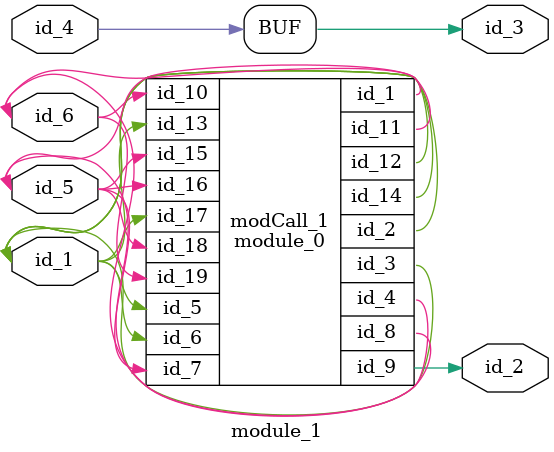
<source format=v>
module module_0 (
    id_1,
    id_2,
    id_3,
    id_4,
    id_5,
    id_6,
    id_7,
    id_8,
    id_9,
    id_10,
    id_11,
    id_12,
    id_13,
    id_14,
    id_15,
    id_16,
    id_17,
    id_18,
    id_19
);
  input wire id_19;
  input wire id_18;
  input wire id_17;
  input wire id_16;
  input wire id_15;
  inout wire id_14;
  input wire id_13;
  inout wire id_12;
  inout wire id_11;
  input wire id_10;
  output wire id_9;
  output wire id_8;
  input wire id_7;
  input wire id_6;
  input wire id_5;
  inout wire id_4;
  output wire id_3;
  output wire id_2;
  inout wire id_1;
  localparam id_20 = id_18 !== id_5;
  wire id_21;
endmodule
module module_1 (
    id_1,
    id_2,
    id_3,
    id_4,
    id_5,
    id_6
);
  inout wire id_6;
  inout wire id_5;
  inout wire id_4;
  output wire id_3;
  output wire id_2;
  inout wire id_1;
  initial id_3 <= id_4;
  module_0 modCall_1 (
      id_5,
      id_1,
      id_1,
      id_6,
      id_1,
      id_1,
      id_5,
      id_5,
      id_2,
      id_6,
      id_6,
      id_1,
      id_1,
      id_1,
      id_5,
      id_5,
      id_1,
      id_5,
      id_6
  );
endmodule

</source>
